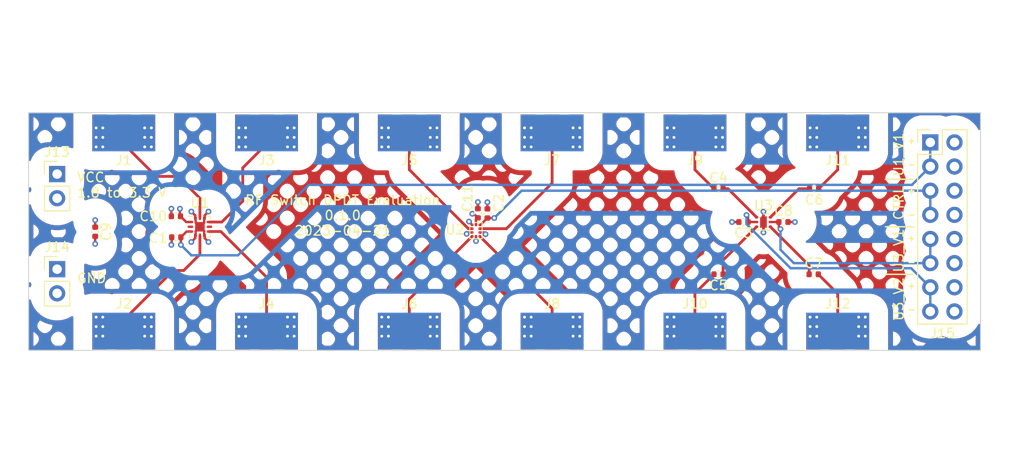
<source format=kicad_pcb>
(kicad_pcb (version 20221018) (generator pcbnew)
  (title_block (title "${TITLE}") (date "${DATE}") (rev "${VERSION}") (company "${COPYRIGHT}") (comment 1 "${LICENSE}"))
  (layers (0 "F.Cu" signal) (1 "In1.Cu" signal) (2 "In2.Cu" signal) (31 "B.Cu" signal) (34 "B.Paste" user) (35 "F.Paste" user) (36 "B.SilkS" user "B.Silkscreen") (37 "F.SilkS" user "F.Silkscreen") (38 "B.Mask" user) (39 "F.Mask" user) (44 "Edge.Cuts" user))
  (property "COPYRIGHT" "Copyright 2023 Great Scott Gadgets")
  (property "DATE" "2023-04-21")
  (property "LICENSE" "Licensed under the CERN-OHL-P v2")
  (property "TITLE" "RF Switch DPDT Evaluation")
  (property "VERSION" "0.1.0")
  (net 0 "")
  (net 1 "/U1_V1")
  (net 2 "GND")
  (net 3 "/U2_CTRL")
  (net 4 "/U3_V2")
  (net 5 "Net-(J9-In)")
  (net 6 "Net-(U3-ANT2)")
  (net 7 "Net-(U3-RX)")
  (net 8 "Net-(J10-In)")
  (net 9 "Net-(J11-In)")
  (net 10 "Net-(U3-ANT1)")
  (net 11 "Net-(U3-TX)")
  (net 12 "Net-(J12-In)")
  (net 13 "/U3_V1")
  (net 14 "VCC")
  (net 15 "Net-(J1-In)")
  (net 16 "Net-(J2-In)")
  (net 17 "Net-(J3-In)")
  (net 18 "Net-(J4-In)")
  (net 19 "Net-(J5-In)")
  (net 20 "Net-(J6-In)")
  (net 21 "Net-(J7-In)")
  (net 22 "Net-(J8-In)")
  (footprint "eval:CONSMA003.062" (layer "F.Cu") (at 155 120.1 90)
    (fp_text reference "J8")
    (fp_text value "Conn_Coaxial")
  )
  (footprint "Capacitor_SMD:C_0402_1005Metric" (layer "F.Cu") (at 179.3 106.5)
    (fp_text reference "C8")
    (fp_text value "C")
  )
  (footprint "RF:Skyworks_SKY65404-31" (layer "F.Cu") (at 177.2 106.5)
    (fp_text reference "U3")
    (fp_text value "SKY13438-374LF")
  )
  (footprint "eval:CONSMA003.062" (layer "F.Cu") (at 155 95 -90)
    (fp_text reference "J7")
    (fp_text value "Conn_Coaxial")
  )
  (footprint "eval:CONSMA003.062" (layer "F.Cu") (at 170 95 -90)
    (fp_text reference "J9")
    (fp_text value "Conn_Coaxial")
  )
  (footprint "eval:ATSLP-10-50" (layer "F.Cu") (at 147 107.4)
    (fp_text reference "U2")
    (fp_text value "BGSX22G5A10")
  )
  (footprint "eval:CONSMA003.062" (layer "F.Cu") (at 185 95 -90)
    (fp_text reference "J11")
    (fp_text value "Conn_Coaxial")
  )
  (footprint "eval:QFN-12-1EP_2x2mm_P0.5mm_EP1x1mm" (layer "F.Cu") (at 118 107)
    (fp_text reference "U1")
    (fp_text value "MXD8546F")
  )
  (footprint "eval:CONSMA003.062" (layer "F.Cu") (at 110 95 -90)
    (fp_text reference "J1")
    (fp_text value "Conn_Coaxial")
  )
  (footprint "Capacitor_SMD:C_0402_1005Metric" (layer "F.Cu") (at 107 107.52 -90)
    (fp_text reference "C9")
    (fp_text value "C")
  )
  (footprint "Capacitor_SMD:C_0402_1005Metric" (layer "F.Cu") (at 147.2 105.58 90)
    (fp_text reference "C11")
    (fp_text value "C")
  )
  (footprint "eval:CONSMA003.062" (layer "F.Cu") (at 170 120.1 90)
    (fp_text reference "J10")
    (fp_text value "Conn_Coaxial")
  )
  (footprint "Capacitor_SMD:C_0402_1005Metric" (layer "F.Cu") (at 182.52 103 180)
    (fp_text reference "C6")
    (fp_text value "C")
  )
  (footprint "Connector_PinHeader_2.54mm:PinHeader_1x02_P2.54mm_Vertical" (layer "F.Cu") (at 103 101.46)
    (fp_text reference "J13")
    (fp_text value "Conn_01x02")
  )
  (footprint "eval:CONSMA003.062" (layer "F.Cu") (at 125 120.1 90)
    (fp_text reference "J4")
    (fp_text value "Conn_Coaxial")
  )
  (footprint "Connector_PinHeader_2.54mm:PinHeader_1x02_P2.54mm_Vertical" (layer "F.Cu") (at 103 111.46)
    (fp_text reference "J14")
    (fp_text value "Conn_01x02")
  )
  (footprint "eval:CONSMA003.062" (layer "F.Cu") (at 140 95 -90)
    (fp_text reference "J5")
    (fp_text value "Conn_Coaxial")
  )
  (footprint "Capacitor_SMD:C_0402_1005Metric" (layer "F.Cu") (at 148.2 105.6 90)
    (fp_text reference "C2")
    (fp_text value "C")
  )
  (footprint "Capacitor_SMD:C_0402_1005Metric" (layer "F.Cu") (at 115.48 105.9 180)
    (fp_text reference "C10")
    (fp_text value "C")
  )
  (footprint "Capacitor_SMD:C_0402_1005Metric" (layer "F.Cu") (at 115.52 108.1 180)
    (fp_text reference "C1")
    (fp_text value "C")
  )
  (footprint "Capacitor_SMD:C_0402_1005Metric" (layer "F.Cu") (at 172.48 112 180)
    (fp_text reference "C5")
    (fp_text value "C")
  )
  (footprint "Capacitor_SMD:C_0402_1005Metric" (layer "F.Cu") (at 175.1 106.5 180)
    (fp_text reference "C3")
    (fp_text value "C")
  )
  (footprint "eval:CONSMA003.062" (layer "F.Cu") (at 140 120.1 90)
    (fp_text reference "J6")
    (fp_text value "Conn_Coaxial")
  )
  (footprint "Connector_PinHeader_2.54mm:PinHeader_2x08_P2.54mm_Vertical" (layer "F.Cu") (at 194.725 98.125)
    (fp_text reference "J15")
    (fp_text value "Conn_02x08_Odd_Even")
  )
  (footprint "Capacitor_SMD:C_0402_1005Metric" (layer "F.Cu") (at 172.48 103)
    (fp_text reference "C4")
    (fp_text value "C")
  )
  (footprint "Capacitor_SMD:C_0402_1005Metric" (layer "F.Cu") (at 182.48 112)
    (fp_text reference "C7")
    (fp_text value "C")
  )
  (footprint "eval:CONSMA003.062" (layer "F.Cu") (at 185 120.1 90)
    (fp_text reference "J12")
    (fp_text value "Conn_Coaxial")
  )
  (footprint "eval:CONSMA003.062" (layer "F.Cu") (at 110 120.1 90)
    (fp_text reference "J2")
    (fp_text value "Conn_Coaxial")
  )
  (footprint "eval:CONSMA003.062" (layer "F.Cu") (at 125 95 -90)
    (fp_text reference "J3")
    (fp_text value "Conn_Coaxial")
  )
  (gr_line (start 193 112) (end 190 112) (stroke (width 0.15)) (layer "F.SilkS"))
  (gr_line (start 192.5 98) (end 193 98) (stroke (width 0.15)) (layer "F.SilkS"))
  (gr_line (start 192.75 103) (end 192.75 103.5) (stroke (width 0.15)) (layer "F.SilkS"))
  (gr_line (start 193 107) (end 190 107) (stroke (width 0.15)) (layer "F.SilkS"))
  (gr_line (start 192.75 108) (end 192.75 108.5) (stroke (width 0.15)) (layer "F.SilkS"))
  (gr_line (start 192.75 97.75) (end 192.75 98.25) (stroke (width 0.15)) (layer "F.SilkS"))
  (gr_line (start 192.5 108.25) (end 193 108.25) (stroke (width 0.15)) (layer "F.SilkS"))
  (gr_line (start 192.5 100.5) (end 193 100.5) (stroke (width 0.15)) (layer "F.SilkS"))
  (gr_line (start 192.5 110.75) (end 193 110.75) (stroke (width 0.15)) (layer "F.SilkS"))
  (gr_line (start 192.5 113.25) (end 193 113.25) (stroke (width 0.15)) (layer "F.SilkS"))
  (gr_line (start 193 102) (end 190 102) (stroke (width 0.15)) (layer "F.SilkS"))
  (gr_line (start 192.5 115.75) (end 193 115.75) (stroke (width 0.15)) (layer "F.SilkS"))
  (gr_line (start 192.5 105.75) (end 193 105.75) (stroke (width 0.15)) (layer "F.SilkS"))
  (gr_line (start 192.5 103.25) (end 193 103.25) (stroke (width 0.15)) (layer "F.SilkS"))
  (gr_line (start 192.75 113) (end 192.75 113.5) (stroke (width 0.15)) (layer "F.SilkS"))
  (gr_rect (start 100 95) (end 200 120) (stroke (width 0.1)) (fill none) (layer "Edge.Cuts"))
  (gr_text "${TITLE}\n${VERSION}\n${DATE}" (at 133 108) (layer "F.SilkS") (effects (font (size 1 1)) (justify bottom)))
  (gr_text "U3_V1" (at 192 109.5 90) (layer "F.SilkS") (effects (font (size 1 1)) (justify bottom)))
  (gr_text "U1_V1" (at 192 99.4 90) (layer "F.SilkS") (effects (font (size 1 1)) (justify bottom)))
  (gr_text "GND" (at 105 113) (layer "F.SilkS") (effects (font (size 1 1)) (justify left bottom)))
  (gr_text "U3_V2" (at 192 114.6 90) (layer "F.SilkS") (effects (font (size 1 1)) (justify bottom)))
  (gr_text "VCC\n1.8 to 3.3 V" (at 105 104) (layer "F.SilkS") (effects (font (size 1 1)) (justify left bottom)))
  (gr_text "CTRL" (at 192 104.5 90) (layer "F.SilkS") (effects (font (size 1 1)) (justify bottom)))
  (segment (start 116 108.1) (end 116 108.9) (width 0.25) (layer "F.Cu") (net 1))
  (segment (start 116.6 107.5) (end 116 108.1) (width 0.25) (layer "F.Cu") (net 1))
  (segment (start 117 107.5) (end 116.6 107.5) (width 0.25) (layer "F.Cu") (net 1))
  (via (at 116 108.9) (size 0.6) (drill 0.3) (layers "F.Cu" "B.Cu") (net 1))
  (segment (start 117.1 110) (end 116 108.9) (width 0.25) (layer "B.Cu") (net 1))
  (segment (start 194.725 100.665) (end 194.725 98.125) (width 0.25) (layer "B.Cu") (net 1))
  (segment (start 194.725 100.665) (end 192.8 102.59) (width 0.25) (layer "B.Cu") (net 1))
  (segment (start 122 110) (end 117.1 110) (width 0.25) (layer "B.Cu") (net 1))
  (segment (start 129.41 102.59) (end 122 110) (width 0.25) (layer "B.Cu") (net 1))
  (segment (start 192.8 102.59) (end 129.41 102.59) (width 0.25) (layer "B.Cu") (net 1))
  (segment (start 118.5 106) (end 118.5 105.8) (width 0.25) (layer "F.Cu") (net 2))
  (segment (start 117.552 107.948) (end 117.5 108) (width 0.25) (layer "F.Cu") (net 2))
  (segment (start 115 105.9) (end 115 105.1) (width 0.25) (layer "F.Cu") (net 2))
  (segment (start 174.62 106.5) (end 173.9 106.5) (width 0.25) (layer "F.Cu") (net 2))
  (segment (start 115.04 108.86) (end 115 108.9) (width 0.25) (layer "F.Cu") (net 2))
  (segment (start 118 107) (end 117.552 106.552) (width 0.25) (layer "F.Cu") (net 2))
  (segment (start 118.448 106.552) (end 118.448 106.052) (width 0.25) (layer "F.Cu") (net 2))
  (segment (start 115.04 108.1) (end 115.04 108.86) (width 0.25) (layer "F.Cu") (net 2))
  (segment (start 117.552 106.552) (end 117.552 106.052) (width 0.25) (layer "F.Cu") (net 2))
  (segment (start 118.5 105.8) (end 118.9 105.4) (width 0.25) (layer "F.Cu") (net 2))
  (segment (start 117.5 105.8) (end 117.1 105.4) (width 0.25) (layer "F.Cu") (net 2))
  (segment (start 147.82 107.6) (end 148 107.78) (width 0.25) (layer "F.Cu") (net 2))
  (segment (start 117.5 106) (end 117.5 105.8) (width 0.25) (layer "F.Cu") (net 2))
  (segment (start 177.2 106.5) (end 177.2 105.4) (width 0.29337) (layer "F.Cu") (net 2))
  (segment (start 118.448 106.052) (end 118.5 106) (width 0.25) (layer "F.Cu") (net 2))
  (segment (start 117.552 106.052) (end 117.5 106) (width 0.25) (layer "F.Cu") (net 2))
  (segment (start 118.5 108.2) (end 118.9 108.6) (width 0.25) (layer "F.Cu") (net 2))
  (segment (start 147.2 105.1) (end 147.2 104.4) (width 0.29337) (layer "F.Cu") (net 2))
  (segment (start 118 107) (end 118.448 106.552) (width 0.25) (layer "F.Cu") (net 2))
  (segment (start 146.6 107.6) (end 146.17 107.6) (width 0.25) (layer "F.Cu") (net 2))
  (segment (start 146.6 106.8) (end 146.27 106.47) (width 0.25) (layer "F.Cu") (net 2))
  (segment (start 148.2 105.12) (end 148.2 104.42) (width 0.25) (layer "F.Cu") (net 2))
  (segment (start 146.17 107.6) (end 146.02 107.75) (width 0.25) (layer "F.Cu") (net 2))
  (segment (start 147.4 107.6) (end 147.82 107.6) (width 0.25) (layer "F.Cu") (net 2))
  (segment (start 118.448 107.948) (end 118.5 108) (width 0.25) (layer "F.Cu") (net 2))
  (segment (start 146.27 106.47) (end 146.27 106.45) (width 0.25) (layer "F.Cu") (net 2))
  (segment (start 117.5 108) (end 117.5 108.2) (width 0.25) (layer "F.Cu") (net 2))
  (segment (start 147 108) (end 147 108.5) (width 0.25) (layer "F.Cu") (net 2))
  (segment (start 118.448 107.448) (end 118.448 107.948) (width 0.25) (layer "F.Cu") (net 2))
  (segment (start 118 107) (end 117.552 107.448) (width 0.25) (layer "F.Cu") (net 2))
  (segment (start 118 107) (end 118.448 107.448) (width 0.25) (layer "F.Cu") (net 2))
  (segment (start 118.5 108) (end 118.5 108.2) (width 0.25) (layer "F.Cu") (net 2))
  (segment (start 179.78 106.5) (end 180.5 106.5) (width 0.25) (layer "F.Cu") (net 2))
  (segment (start 117.552 107.448) (end 117.552 107.948) (width 0.25) (layer "F.Cu") (net 2))
  (segment (start 177.2 106.5) (end 177.2 107.6) (width 0.29337) (layer "F.Cu") (net 2))
  (segment (start 107 108) (end 107 108.8) (width 0.25) (layer "F.Cu") (net 2))
  (segment (start 117.5 108.2) (end 117.1 108.6) (width 0.25) (layer "F.Cu") (net 2))
  (via (at 118.9 105.4) (size 0.6) (drill 0.3) (layers "F.Cu" "B.Cu") (net 2))
  (via (at 177.2 107.6) (size 0.6) (drill 0.3) (layers "F.Cu" "B.Cu") (net 2))
  (via (at 117.1 108.6) (size 0.6) (drill 0.3) (layers "F.Cu" "B.Cu") (net 2))
  (via (at 147 108.5) (size 0.6) (drill 0.3) (layers "F.Cu" "B.Cu") (net 2))
  (via (at 148 107.78) (size 0.6) (drill 0.3) (layers "F.Cu" "B.Cu") (net 2))
  (via (at 173.9 106.5) (size 0.6) (drill 0.3) (layers "F.Cu" "B.Cu") (net 2))
  (via (at 118.9 108.6) (size 0.6) (drill 0.3) (layers "F.Cu" "B.Cu") (net 2))
  (via (at 177.2 105.4) (size 0.6) (drill 0.3) (layers "F.Cu" "B.Cu") (net 2))
  (via (at 117.1 105.4) (size 0.6) (drill 0.3) (layers "F.Cu" "B.Cu") (net 2))
  (via (at 107 108.8) (size 0.6) (drill 0.3) (layers "F.Cu" "B.Cu") (net 2))
  (via (at 146.27 106.45) (size 0.6) (drill 0.3) (layers "F.Cu" "B.Cu") (net 2))
  (via (at 147.2 104.4) (size 0.6) (drill 0.3) (layers "F.Cu" "B.Cu") (net 2))
  (via (at 180.5 106.5) (size 0.6) (drill 0.3) (layers "F.Cu" "B.Cu") (net 2))
  (via (at 146.02 107.75) (size 0.6) (drill 0.3) (layers "F.Cu" "B.Cu") (net 2))
  (via (at 115 108.9) (size 0.6) (drill 0.3) (layers "F.Cu" "B.Cu") (net 2))
  (via (at 115 105.1) (size 0.6) (drill 0.3) (layers "F.Cu" "B.Cu") (net 2))
  (via (at 148.2 104.42) (size 0.6) (drill 0.3) (layers "F.Cu" "B.Cu") (net 2))
  (segment (start 147.4 106.8) (end 147.48 106.8) (width 0.25) (layer "F.Cu") (net 3))
  (segment (start 147.48 106.8) (end 148.2 106.08) (width 0.25) (layer "F.Cu") (net 3))
  (segment (start 148.2 106.08) (end 148.92 106.08) (width 0.25) (layer "F.Cu") (net 3))
  (via (at 148.92 106.08) (size 0.6) (drill 0.3) (layers "F.Cu" "B.Cu") (net 3))
  (segment (start 194.725 103.205) (end 151.795 103.205) (width 0.25) (layer "B.Cu") (net 3))
  (segment (start 151.795 103.205) (end 148.92 106.08) (width 0.25) (layer "B.Cu") (net 3))
  (segment (start 194.725 105.745) (end 194.725 103.205) (width 0.25) (layer "B.Cu") (net 3))
  (segment (start 175.58 105.92) (end 175.42 105.76) (width 0.25) (layer "F.Cu") (net 4))
  (segment (start 175.58 106.5) (end 175.58 105.92) (width 0.25) (layer "F.Cu") (net 4))
  (segment (start 176.475 106.5) (end 175.58 106.5) (width 0.25) (layer "F.Cu") (net 4))
  (via (at 175.42 105.76) (size 0.6) (drill 0.3) (layers "F.Cu" "B.Cu") (net 4))
  (segment (start 194.725 113.365) (end 194.725 115.905) (width 0.25) (layer "B.Cu") (net 4))
  (segment (start 180.05 111.36) (end 175.42 106.73) (width 0.25) (layer "B.Cu") (net 4))
  (segment (start 175.42 106.73) (end 175.42 105.76) (width 0.25) (layer "B.Cu") (net 4))
  (segment (start 192.72 111.36) (end 180.05 111.36) (width 0.25) (layer "B.Cu") (net 4))
  (segment (start 194.725 113.365) (end 192.72 111.36) (width 0.25) (layer "B.Cu") (net 4))
  (segment (start 170 101) (end 172 103) (width 0.29337) (layer "F.Cu") (net 5))
  (segment (start 170 97.132) (end 170 101) (width 0.29337) (layer "F.Cu") (net 5))
  (segment (start 173.475 103) (end 172.96 103) (width 0.29337) (layer "F.Cu") (net 6))
  (segment (start 176.475 106) (end 173.475 103) (width 0.29337) (layer "F.Cu") (net 6))
  (segment (start 176.475 107) (end 172.96 110.515) (width 0.29337) (layer "F.Cu") (net 7))
  (segment (start 172.96 110.515) (end 172.96 112) (width 0.29337) (layer "F.Cu") (net 7))
  (segment (start 172 112) (end 170 114) (width 0.29337) (layer "F.Cu") (net 8))
  (segment (start 170 114) (end 170 117.968) (width 0.29337) (layer "F.Cu") (net 8))
  (segment (start 185 101) (end 185 97.132) (width 0.29337) (layer "F.Cu") (net 9))
  (segment (start 183 103) (end 185 101) (width 0.29337) (layer "F.Cu") (net 9))
  (segment (start 177.925 106) (end 180.925 103) (width 0.29337) (layer "F.Cu") (net 10))
  (segment (start 180.925 103) (end 182.04 103) (width 0.29337) (layer "F.Cu") (net 10))
  (segment (start 177.925 107) (end 182 111.075) (width 0.29337) (layer "F.Cu") (net 11))
  (segment (start 182 111.075) (end 182 112) (width 0.29337) (layer "F.Cu") (net 11))
  (segment (start 182.96 112) (end 185 114.04) (width 0.29337) (layer "F.Cu") (net 12))
  (segment (start 185 114.04) (end 185 117.968) (width 0.29337) (layer "F.Cu") (net 12))
  (segment (start 178.82 106.5) (end 178.82 107.07) (width 0.25) (layer "F.Cu") (net 13))
  (segment (start 178.82 107.07) (end 178.99 107.24) (width 0.25) (layer "F.Cu") (net 13))
  (segment (start 177.925 106.5) (end 178.82 106.5) (width 0.25) (layer "F.Cu") (net 13))
  (via (at 178.99 107.24) (size 0.6) (drill 0.3) (layers "F.Cu" "B.Cu") (net 13))
  (segment (start 180.395 110.825) (end 178.99 109.42) (width 0.25) (layer "B.Cu") (net 13))
  (segment (start 178.99 109.42) (end 178.99 107.24) (width 0.25) (layer "B.Cu") (net 13))
  (segment (start 194.725 108.285) (end 194.725 110.825) (width 0.25) (layer "B.Cu") (net 13))
  (segment (start 194.725 110.825) (end 180.395 110.825) (width 0.25) (layer "B.Cu") (net 13))
  (segment (start 147 106.8) (end 147 106.26) (width 0.25) (layer "F.Cu") (net 14))
  (segment (start 115.96 105.9) (end 115.9 105.84) (width 0.25) (layer "F.Cu") (net 14))
  (segment (start 107 107.04) (end 107 106.3) (width 0.25) (layer "F.Cu") (net 14))
  (segment (start 146.77 105.63) (end 146.61 105.63) (width 0.25) (layer "F.Cu") (net 14))
  (segment (start 115.9 105.84) (end 115.9 105.1) (width 0.25) (layer "F.Cu") (net 14))
  (segment (start 147 106.26) (end 147.2 106.06) (width 0.25) (layer "F.Cu") (net 14))
  (segment (start 116.56 106.5) (end 115.96 105.9) (width 0.25) (layer "F.Cu") (net 14))
  (segment (start 117 106.5) (end 116.56 106.5) (width 0.25) (layer "F.Cu") (net 14))
  (segment (start 147.2 106.06) (end 146.77 105.63) (width 0.25) (layer "F.Cu") (net 14))
  (via (at 115.9 105.1) (size 0.6) (drill 0.3) (layers "F.Cu" "B.Cu") (net 14))
  (via (at 146.61 105.63) (size 0.6) (drill 0.3) (layers "F.Cu" "B.Cu") (net 14))
  (via (at 107 106.3) (size 0.6) (drill 0.3) (layers "F.Cu" "B.Cu") (net 14))
  (segment (start 113.4 101.7) (end 115.7 101.7) (width 0.29337) (layer "F.Cu") (net 15))
  (segment (start 115.7 101.7) (end 118 104) (width 0.29337) (layer "F.Cu") (net 15))
  (segment (start 118 104) (end 118 106) (width 0.29337) (layer "F.Cu") (net 15))
  (segment (start 110 98.3) (end 113.4 101.7) (width 0.29337) (layer "F.Cu") (net 15))
  (segment (start 110 97.132) (end 110 98.3) (width 0.29337) (layer "F.Cu") (net 15))
  (segment (start 110 116.8) (end 115.2 111.6) (width 0.29337) (layer "F.Cu") (net 16))
  (segment (start 115.2 111.6) (end 116.3 111.6) (width 0.29337) (layer "F.Cu") (net 16))
  (segment (start 118 109.9) (end 118 108) (width 0.29337) (layer "F.Cu") (net 16))
  (segment (start 116.3 111.6) (end 118 109.9) (width 0.29337) (layer "F.Cu") (net 16))
  (segment (start 110 117.968) (end 110 116.8) (width 0.29337) (layer "F.Cu") (net 16))
  (segment (start 125 97.132) (end 125 98.3) (width 0.29337) (layer "F.Cu") (net 17))
  (segment (start 122.5 104.3) (end 120.3 106.5) (width 0.29337) (layer "F.Cu") (net 17))
  (segment (start 122.5 100.8) (end 122.5 104.3) (width 0.29337) (layer "F.Cu") (net 17))
  (segment (start 120.3 106.5) (end 119 106.5) (width 0.29337) (layer "F.Cu") (net 17))
  (segment (start 125 98.3) (end 122.5 100.8) (width 0.29337) (layer "F.Cu") (net 17))
  (segment (start 125 117.968) (end 125 112.3) (width 0.29337) (layer "F.Cu") (net 18))
  (segment (start 120.2 107.5) (end 119 107.5) (width 0.29337) (layer "F.Cu") (net 18))
  (segment (start 125 112.3) (end 120.2 107.5) (width 0.29337) (layer "F.Cu") (net 18))
  (segment (start 146.6 107.2) (end 146.2 107.2) (width 0.29337) (layer "F.Cu") (net 19))
  (segment (start 140 101) (end 140 97.132) (width 0.29337) (layer "F.Cu") (net 19))
  (segment (start 146.2 107.2) (end 140 101) (width 0.29337) (layer "F.Cu") (net 19))
  (segment (start 140 117.968) (end 140 114.6) (width 0.29337) (layer "F.Cu") (net 20))
  (segment (start 140 114.6) (end 146.6 108) (width 0.29337) (layer "F.Cu") (net 20))
  (segment (start 155 102.4) (end 150.2 107.2) (width 0.29337) (layer "F.Cu") (net 21))
  (segment (start 155 97.132) (end 155 102.4) (width 0.29337) (layer "F.Cu") (net 21))
  (segment (start 150.2 107.2) (end 147.4 107.2) (width 0.29337) (layer "F.Cu") (net 21))
  (segment (start 147.4 108) (end 155 115.6) (width 0.29337) (layer "F.Cu") (net 22))
  (segment (start 155 115.6) (end 155 117.968) (width 0.29337) (layer "F.Cu") (net 22))
  (zone (net 0) (net_name "") (layers "F&B.Cu") (priority 2) (connect_pads (clearance 2)) (min_thickness 0.25) (fill yes (mode hatch) (thermal_gap 0.5) (thermal_bridge_width 0.5) (island_removal_mode 1) (island_area_min 10) (hatch_thickness 0.5) (hatch_gap 1.5) (hatch_orientation 45) (hatch_smoothing_level 3) (hatch_smoothing_value 1) (hatch_border_algorithm hatch_thickness) (hatch_min_hole_area 0.3))
    (polygon (pts (xy 97 92) (xy 203 92) (xy 203 123) (xy 97 123)))
  )
)
</source>
